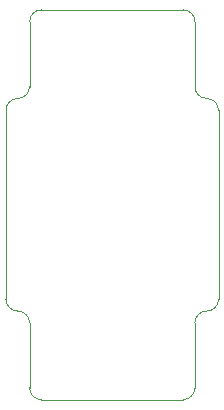
<source format=gbr>
%TF.GenerationSoftware,KiCad,Pcbnew,6.0.8*%
%TF.CreationDate,2022-12-19T15:39:38+01:00*%
%TF.ProjectId,excavator_ram_controller,65786361-7661-4746-9f72-5f72616d5f63,rev?*%
%TF.SameCoordinates,Original*%
%TF.FileFunction,Profile,NP*%
%FSLAX46Y46*%
G04 Gerber Fmt 4.6, Leading zero omitted, Abs format (unit mm)*
G04 Created by KiCad (PCBNEW 6.0.8) date 2022-12-19 15:39:38*
%MOMM*%
%LPD*%
G01*
G04 APERTURE LIST*
%TA.AperFunction,Profile*%
%ADD10C,0.100000*%
%TD*%
G04 APERTURE END LIST*
D10*
X23000000Y-45500000D02*
X23000000Y-40000000D01*
X24000000Y-13500000D02*
X36000000Y-13500000D01*
X38000000Y-39000000D02*
G75*
G03*
X37000000Y-40000000I0J-1000000D01*
G01*
X23000000Y-40000000D02*
G75*
G03*
X22000000Y-39000000I-1000000J0D01*
G01*
X37000000Y-45500000D02*
X37000000Y-40000000D01*
X37000000Y-20000000D02*
G75*
G03*
X38000000Y-21000000I1000000J0D01*
G01*
X22000000Y-21000000D02*
G75*
G03*
X23000000Y-20000000I0J1000000D01*
G01*
X23000000Y-45500000D02*
G75*
G03*
X24000000Y-46500000I1000000J0D01*
G01*
X39000000Y-38000000D02*
X39000000Y-22000000D01*
X36000000Y-46500000D02*
G75*
G03*
X37000000Y-45500000I0J1000000D01*
G01*
X22000000Y-21000000D02*
G75*
G03*
X21000000Y-22000000I0J-1000000D01*
G01*
X37000000Y-14500000D02*
G75*
G03*
X36000000Y-13500000I-1000000J0D01*
G01*
X21000000Y-38000000D02*
G75*
G03*
X22000000Y-39000000I1000000J0D01*
G01*
X23000000Y-20000000D02*
X23000000Y-14500000D01*
X37000000Y-20000000D02*
X37000000Y-14500000D01*
X21000000Y-38000000D02*
X21000000Y-22000000D01*
X24000000Y-46500000D02*
X36000000Y-46500000D01*
X38000000Y-39000000D02*
G75*
G03*
X39000000Y-38000000I0J1000000D01*
G01*
X24000000Y-13500000D02*
G75*
G03*
X23000000Y-14500000I0J-1000000D01*
G01*
X39000000Y-22000000D02*
G75*
G03*
X38000000Y-21000000I-1000000J0D01*
G01*
M02*

</source>
